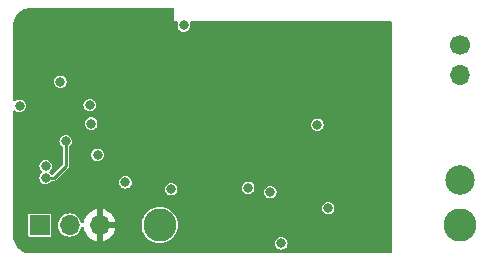
<source format=gbr>
%TF.GenerationSoftware,KiCad,Pcbnew,8.99.0-unknown-2123e2ca9c~177~ubuntu22.04.1*%
%TF.CreationDate,2024-04-04T17:44:23+09:00*%
%TF.ProjectId,SafePulse,53616665-5075-46c7-9365-2e6b69636164,V1.2.4*%
%TF.SameCoordinates,PX78d49e0PY49c7f08*%
%TF.FileFunction,Copper,L2,Inr*%
%TF.FilePolarity,Positive*%
%FSLAX46Y46*%
G04 Gerber Fmt 4.6, Leading zero omitted, Abs format (unit mm)*
G04 Created by KiCad (PCBNEW 8.99.0-unknown-2123e2ca9c~177~ubuntu22.04.1) date 2024-04-04 17:44:23*
%MOMM*%
%LPD*%
G01*
G04 APERTURE LIST*
%TA.AperFunction,ComponentPad*%
%ADD10C,1.700000*%
%TD*%
%TA.AperFunction,ComponentPad*%
%ADD11O,1.700000X1.700000*%
%TD*%
%TA.AperFunction,ComponentPad*%
%ADD12C,2.500000*%
%TD*%
%TA.AperFunction,ComponentPad*%
%ADD13C,2.800000*%
%TD*%
%TA.AperFunction,ComponentPad*%
%ADD14R,1.700000X1.700000*%
%TD*%
%TA.AperFunction,ViaPad*%
%ADD15C,0.800000*%
%TD*%
%TA.AperFunction,Conductor*%
%ADD16C,0.250000*%
%TD*%
G04 APERTURE END LIST*
D10*
%TO.N,unconnected-(two_pinheader1-Pad1)*%
%TO.C,two_pinheader1*%
X37360000Y17040000D03*
D11*
%TO.N,unconnected-(two_pinheader1-Pad2)*%
X37360000Y14500000D03*
%TD*%
D12*
%TO.N,Net-(H2-Pad1)*%
%TO.C,H2*%
X37360000Y5610000D03*
%TD*%
D13*
%TO.N,Net-(H2-Pad1)*%
%TO.C,H4*%
X37360000Y1800000D03*
%TD*%
%TO.N,Net-(H1-Pad1)*%
%TO.C,H1*%
X11960000Y1800000D03*
%TD*%
D14*
%TO.N,Net-(F1-Pad1)*%
%TO.C,J1*%
X1800000Y1800000D03*
D11*
%TO.N,Net-(D2-Pad2)*%
X4340000Y1800000D03*
%TO.N,GND*%
X6880000Y1800000D03*
%TD*%
D15*
%TO.N,GND*%
X19446747Y1733798D03*
X18500000Y16251183D03*
X27800000Y9365000D03*
X23550000Y7463500D03*
X2250000Y7800000D03*
X15000000Y16300000D03*
X22161441Y16315130D03*
X11301303Y14625832D03*
X29750000Y1850000D03*
X7950000Y7450000D03*
X23900000Y4900000D03*
X5300000Y5000000D03*
X9400000Y6800000D03*
X4450000Y16200000D03*
%TO.N,Net-(C7-Pad1)*%
X6150000Y10400000D03*
%TO.N,+3V3*%
X100000Y11900000D03*
X12934500Y4848000D03*
X9064700Y5423900D03*
X6700000Y7750000D03*
%TO.N,Net-(Q2-Pad3)*%
X21320000Y4595000D03*
%TO.N,Net-(Q1-Pad1)*%
X6030000Y11970000D03*
X3550000Y13950000D03*
%TO.N,Net-(Q3-Pad2)*%
X26219800Y3233400D03*
%TO.N,Net-(C6-Pad2)*%
X14000000Y18700000D03*
%TO.N,Net-(R23-Pad1)*%
X25300000Y10300000D03*
%TO.N,Net-(IC1-Pad6)*%
X2300000Y6800000D03*
%TO.N,Net-(IC1-Pad7)*%
X4000000Y8900000D03*
X2300000Y5800000D03*
%TO.N,Net-(R6-Pad1)*%
X19450000Y4950000D03*
X22250000Y251500D03*
%TD*%
D16*
%TO.N,Net-(IC1-Pad7)*%
X2300000Y5800000D02*
X3000000Y5800000D01*
X4000000Y6800000D02*
X4000000Y8900000D01*
X3000000Y5800000D02*
X4000000Y6800000D01*
%TD*%
%TA.AperFunction,Conductor*%
%TO.N,GND*%
G36*
X13142121Y20169498D02*
G01*
X13188614Y20115842D01*
X13200000Y20063500D01*
X13200000Y19050000D01*
X13385440Y19050000D01*
X13453561Y19029998D01*
X13500054Y18976342D01*
X13510158Y18906068D01*
X13501849Y18875783D01*
X13486077Y18837706D01*
X13467948Y18700001D01*
X13467948Y18700000D01*
X13486077Y18562295D01*
X13539226Y18433978D01*
X13539228Y18433975D01*
X13539229Y18433974D01*
X13623782Y18323782D01*
X13733974Y18239229D01*
X13733977Y18239227D01*
X13806331Y18209258D01*
X13862295Y18186077D01*
X14000000Y18167948D01*
X14137705Y18186077D01*
X14233239Y18225649D01*
X14266022Y18239227D01*
X14266022Y18239228D01*
X14266026Y18239229D01*
X14376218Y18323782D01*
X14460771Y18433974D01*
X14513923Y18562295D01*
X14532052Y18700000D01*
X14531479Y18704349D01*
X14517829Y18808033D01*
X14513923Y18837705D01*
X14498151Y18875783D01*
X14490562Y18946373D01*
X14522342Y19009859D01*
X14583400Y19046086D01*
X14614560Y19050000D01*
X31514000Y19050000D01*
X31582121Y19029998D01*
X31628614Y18976342D01*
X31640000Y18924000D01*
X31640000Y-463500D01*
X31619998Y-531621D01*
X31566342Y-578114D01*
X31514000Y-589500D01*
X1042501Y-589500D01*
X1033512Y-589179D01*
X835013Y-574982D01*
X817219Y-572423D01*
X627165Y-531079D01*
X609916Y-526015D01*
X427678Y-458044D01*
X411324Y-450575D01*
X240624Y-357365D01*
X225501Y-347646D01*
X69796Y-231087D01*
X56210Y-219314D01*
X-81315Y-81789D01*
X-93088Y-68203D01*
X-209647Y87502D01*
X-219366Y102625D01*
X-225465Y113795D01*
X-300659Y251501D01*
X21717948Y251501D01*
X21717948Y251500D01*
X21736077Y113795D01*
X21789226Y-14522D01*
X21789228Y-14525D01*
X21789229Y-14526D01*
X21873782Y-124718D01*
X21983974Y-209271D01*
X21983977Y-209273D01*
X22056331Y-239242D01*
X22112295Y-262423D01*
X22250000Y-280552D01*
X22387705Y-262423D01*
X22491780Y-219314D01*
X22516022Y-209273D01*
X22516022Y-209272D01*
X22516026Y-209271D01*
X22626218Y-124718D01*
X22710771Y-14526D01*
X22763923Y113795D01*
X22782052Y251500D01*
X22763923Y389205D01*
X22726711Y479043D01*
X22710773Y517523D01*
X22684228Y552117D01*
X22626218Y627718D01*
X22516026Y712271D01*
X22516025Y712272D01*
X22516022Y712274D01*
X22387705Y765423D01*
X22250000Y783552D01*
X22112294Y765423D01*
X21983977Y712274D01*
X21873782Y627718D01*
X21789226Y517523D01*
X21736077Y389206D01*
X21717948Y251501D01*
X-300659Y251501D01*
X-312579Y273330D01*
X-320045Y289679D01*
X-388016Y471917D01*
X-393080Y489166D01*
X-434424Y679220D01*
X-436982Y697004D01*
X-451179Y895513D01*
X-451500Y904501D01*
X-451500Y2662559D01*
X822500Y2662559D01*
X822500Y937442D01*
X829052Y904501D01*
X829898Y900252D01*
X858078Y858078D01*
X900252Y829898D01*
X937442Y822500D01*
X937447Y822500D01*
X2662553Y822500D01*
X2662558Y822500D01*
X2699748Y829898D01*
X2741922Y858078D01*
X2770102Y900252D01*
X2777500Y937442D01*
X2777500Y1800004D01*
X3357770Y1800004D01*
X3357770Y1799997D01*
X3376641Y1608384D01*
X3376641Y1608382D01*
X3432537Y1424120D01*
X3432539Y1424114D01*
X3468118Y1357551D01*
X3523306Y1254302D01*
X3645459Y1105459D01*
X3794302Y983306D01*
X3880098Y937447D01*
X3950156Y900000D01*
X3964117Y892538D01*
X4148376Y836643D01*
X4148380Y836643D01*
X4148382Y836642D01*
X4339997Y817770D01*
X4340000Y817770D01*
X4340003Y817770D01*
X4531616Y836642D01*
X4531618Y836642D01*
X4531619Y836643D01*
X4531624Y836643D01*
X4715883Y892538D01*
X4885698Y983306D01*
X5034541Y1105459D01*
X5156694Y1254302D01*
X5247462Y1424117D01*
X5294099Y1577859D01*
X5333013Y1637238D01*
X5397855Y1666154D01*
X5468036Y1655423D01*
X5521274Y1608453D01*
X5536817Y1572212D01*
X5591176Y1357551D01*
X5591179Y1357544D01*
X5681580Y1151452D01*
X5804674Y963042D01*
X5957097Y797466D01*
X6134698Y659233D01*
X6134699Y659232D01*
X6332628Y552118D01*
X6332630Y552117D01*
X6545483Y479045D01*
X6545492Y479043D01*
X6626000Y465609D01*
X6626000Y1369298D01*
X6687007Y1334075D01*
X6814174Y1300000D01*
X6945826Y1300000D01*
X7072993Y1334075D01*
X7134000Y1369298D01*
X7134000Y465610D01*
X7214507Y479043D01*
X7214516Y479045D01*
X7427369Y552117D01*
X7427371Y552118D01*
X7625300Y659232D01*
X7625301Y659233D01*
X7802902Y797466D01*
X7955325Y963042D01*
X8078419Y1151452D01*
X8168820Y1357544D01*
X8168823Y1357551D01*
X8216544Y1546000D01*
X7310703Y1546000D01*
X7345925Y1607007D01*
X7380000Y1734174D01*
X7380000Y1800000D01*
X10427777Y1800000D01*
X10446641Y1560309D01*
X10502768Y1326519D01*
X10594780Y1104382D01*
X10720400Y899390D01*
X10720408Y899379D01*
X10876554Y716555D01*
X11059378Y560409D01*
X11059389Y560401D01*
X11264381Y434781D01*
X11264383Y434781D01*
X11264385Y434779D01*
X11486517Y342769D01*
X11720308Y286641D01*
X11960000Y267777D01*
X12199692Y286641D01*
X12433483Y342769D01*
X12655615Y434779D01*
X12860618Y560406D01*
X13043445Y716555D01*
X13199594Y899382D01*
X13325221Y1104385D01*
X13417231Y1326517D01*
X13473359Y1560308D01*
X13492223Y1800000D01*
X13473359Y2039692D01*
X13417231Y2273483D01*
X13325221Y2495615D01*
X13325219Y2495619D01*
X13199599Y2700611D01*
X13199591Y2700622D01*
X13043445Y2883446D01*
X12860621Y3039592D01*
X12860610Y3039600D01*
X12655618Y3165220D01*
X12491014Y3233401D01*
X25687748Y3233401D01*
X25687748Y3233400D01*
X25705877Y3095695D01*
X25759026Y2967378D01*
X25759028Y2967375D01*
X25759029Y2967374D01*
X25843582Y2857182D01*
X25914800Y2802535D01*
X25953777Y2772627D01*
X26026131Y2742658D01*
X26082095Y2719477D01*
X26219800Y2701348D01*
X26357505Y2719477D01*
X26453039Y2759049D01*
X26485822Y2772627D01*
X26485822Y2772628D01*
X26485826Y2772629D01*
X26596018Y2857182D01*
X26680571Y2967374D01*
X26733723Y3095695D01*
X26751852Y3233400D01*
X26733723Y3371105D01*
X26710542Y3427069D01*
X26680573Y3499423D01*
X26680571Y3499426D01*
X26596018Y3609618D01*
X26485826Y3694171D01*
X26485825Y3694172D01*
X26485822Y3694174D01*
X26357505Y3747323D01*
X26219800Y3765452D01*
X26082094Y3747323D01*
X25953777Y3694174D01*
X25843582Y3609618D01*
X25759026Y3499423D01*
X25705877Y3371106D01*
X25687748Y3233401D01*
X12491014Y3233401D01*
X12433481Y3257232D01*
X12273550Y3295628D01*
X12199692Y3313359D01*
X11960000Y3332223D01*
X11720308Y3313359D01*
X11486518Y3257232D01*
X11264381Y3165220D01*
X11059389Y3039600D01*
X11059378Y3039592D01*
X10876554Y2883446D01*
X10720408Y2700622D01*
X10720400Y2700611D01*
X10594780Y2495619D01*
X10502768Y2273482D01*
X10446641Y2039692D01*
X10427777Y1800000D01*
X7380000Y1800000D01*
X7380000Y1865826D01*
X7345925Y1992993D01*
X7310703Y2054000D01*
X8216544Y2054000D01*
X8216544Y2054001D01*
X8168823Y2242450D01*
X8168820Y2242457D01*
X8078419Y2448549D01*
X7955325Y2636959D01*
X7802902Y2802535D01*
X7625301Y2940768D01*
X7625300Y2940769D01*
X7427371Y3047883D01*
X7427369Y3047884D01*
X7214512Y3120957D01*
X7214501Y3120960D01*
X7134000Y3134394D01*
X7134000Y2230703D01*
X7072993Y2265925D01*
X6945826Y2300000D01*
X6814174Y2300000D01*
X6687007Y2265925D01*
X6626000Y2230703D01*
X6626000Y3134393D01*
X6625999Y3134394D01*
X6545498Y3120960D01*
X6545487Y3120957D01*
X6332630Y3047884D01*
X6332628Y3047883D01*
X6134699Y2940769D01*
X6134698Y2940768D01*
X5957097Y2802535D01*
X5804674Y2636959D01*
X5681580Y2448549D01*
X5591179Y2242457D01*
X5591176Y2242450D01*
X5536817Y2027789D01*
X5500705Y1966663D01*
X5437277Y1934764D01*
X5366674Y1942221D01*
X5311309Y1986665D01*
X5294100Y2022140D01*
X5247462Y2175883D01*
X5156694Y2345698D01*
X5034541Y2494541D01*
X4885698Y2616694D01*
X4847785Y2636959D01*
X4715886Y2707461D01*
X4715880Y2707463D01*
X4531617Y2763359D01*
X4340003Y2782230D01*
X4339997Y2782230D01*
X4148383Y2763359D01*
X4148381Y2763359D01*
X3964119Y2707463D01*
X3964113Y2707461D01*
X3794301Y2616694D01*
X3645459Y2494541D01*
X3523306Y2345699D01*
X3432539Y2175887D01*
X3432537Y2175881D01*
X3376641Y1991619D01*
X3376641Y1991617D01*
X3357770Y1800004D01*
X2777500Y1800004D01*
X2777500Y2662558D01*
X2770102Y2699748D01*
X2741922Y2741922D01*
X2699748Y2770102D01*
X2699745Y2770103D01*
X2662558Y2777500D01*
X937442Y2777500D01*
X937441Y2777500D01*
X900254Y2770103D01*
X900252Y2770103D01*
X900252Y2770102D01*
X858078Y2741922D01*
X830480Y2700618D01*
X829897Y2699746D01*
X822500Y2662559D01*
X-451500Y2662559D01*
X-451500Y4848001D01*
X12402448Y4848001D01*
X12402448Y4848000D01*
X12420577Y4710295D01*
X12473726Y4581978D01*
X12473728Y4581975D01*
X12473729Y4581974D01*
X12558282Y4471782D01*
X12668474Y4387229D01*
X12668477Y4387227D01*
X12740831Y4357258D01*
X12796795Y4334077D01*
X12934500Y4315948D01*
X13072205Y4334077D01*
X13167739Y4373649D01*
X13200522Y4387227D01*
X13200522Y4387228D01*
X13200526Y4387229D01*
X13310718Y4471782D01*
X13395271Y4581974D01*
X13448423Y4710295D01*
X13466552Y4848000D01*
X13453123Y4950001D01*
X18917948Y4950001D01*
X18917948Y4950000D01*
X18936077Y4812295D01*
X18989226Y4683978D01*
X18989228Y4683975D01*
X18989229Y4683974D01*
X19073782Y4573782D01*
X19183974Y4489229D01*
X19183977Y4489227D01*
X19256331Y4459258D01*
X19312295Y4436077D01*
X19450000Y4417948D01*
X19587705Y4436077D01*
X19683239Y4475649D01*
X19716022Y4489227D01*
X19716022Y4489228D01*
X19716026Y4489229D01*
X19826218Y4573782D01*
X19842500Y4595001D01*
X20787948Y4595001D01*
X20787948Y4595000D01*
X20806077Y4457295D01*
X20859226Y4328978D01*
X20859228Y4328975D01*
X20859229Y4328974D01*
X20943782Y4218782D01*
X21053974Y4134229D01*
X21053977Y4134227D01*
X21126331Y4104258D01*
X21182295Y4081077D01*
X21320000Y4062948D01*
X21457705Y4081077D01*
X21553239Y4120649D01*
X21586022Y4134227D01*
X21586022Y4134228D01*
X21586026Y4134229D01*
X21696218Y4218782D01*
X21780771Y4328974D01*
X21833923Y4457295D01*
X21852052Y4595000D01*
X21833923Y4732705D01*
X21786167Y4848000D01*
X21780773Y4861023D01*
X21780771Y4861026D01*
X21696218Y4971218D01*
X21586026Y5055771D01*
X21586025Y5055772D01*
X21586022Y5055774D01*
X21457705Y5108923D01*
X21320000Y5127052D01*
X21182294Y5108923D01*
X21053977Y5055774D01*
X20943782Y4971218D01*
X20859226Y4861023D01*
X20806077Y4732706D01*
X20787948Y4595001D01*
X19842500Y4595001D01*
X19910771Y4683974D01*
X19921674Y4710295D01*
X19930956Y4732706D01*
X19963923Y4812295D01*
X19982052Y4950000D01*
X19963923Y5087705D01*
X19934857Y5157878D01*
X19910773Y5216023D01*
X19904485Y5224218D01*
X19826218Y5326218D01*
X19716026Y5410771D01*
X19716025Y5410772D01*
X19716022Y5410774D01*
X19587705Y5463923D01*
X19450000Y5482052D01*
X19312294Y5463923D01*
X19183977Y5410774D01*
X19073782Y5326218D01*
X18989226Y5216023D01*
X18936077Y5087706D01*
X18917948Y4950001D01*
X13453123Y4950001D01*
X13448423Y4985705D01*
X13419400Y5055774D01*
X13395273Y5114023D01*
X13395271Y5114026D01*
X13310718Y5224218D01*
X13200526Y5308771D01*
X13200525Y5308772D01*
X13200522Y5308774D01*
X13072205Y5361923D01*
X12934500Y5380052D01*
X12796794Y5361923D01*
X12668477Y5308774D01*
X12558282Y5224218D01*
X12473726Y5114023D01*
X12420577Y4985706D01*
X12402448Y4848001D01*
X-451500Y4848001D01*
X-451500Y6800001D01*
X1767948Y6800001D01*
X1767948Y6800000D01*
X1786077Y6662295D01*
X1839226Y6533978D01*
X1923784Y6423780D01*
X1954824Y6399962D01*
X1996691Y6342624D01*
X2000913Y6271753D01*
X1966149Y6209850D01*
X1954824Y6200038D01*
X1923784Y6176221D01*
X1839226Y6066023D01*
X1786077Y5937706D01*
X1767948Y5800001D01*
X1767948Y5800000D01*
X1786077Y5662295D01*
X1839226Y5533978D01*
X1839228Y5533975D01*
X1839229Y5533974D01*
X1923782Y5423782D01*
X2004399Y5361923D01*
X2033977Y5339227D01*
X2106331Y5309258D01*
X2162295Y5286077D01*
X2300000Y5267948D01*
X2437705Y5286077D01*
X2533239Y5325649D01*
X2566022Y5339227D01*
X2566022Y5339228D01*
X2566026Y5339229D01*
X2676218Y5423782D01*
X2676309Y5423901D01*
X8532648Y5423901D01*
X8532648Y5423900D01*
X8550777Y5286195D01*
X8603926Y5157878D01*
X8603928Y5157875D01*
X8603929Y5157874D01*
X8688482Y5047682D01*
X8798674Y4963129D01*
X8798677Y4963127D01*
X8871031Y4933158D01*
X8926995Y4909977D01*
X9064700Y4891848D01*
X9202405Y4909977D01*
X9299032Y4950001D01*
X9330722Y4963127D01*
X9330722Y4963128D01*
X9330726Y4963129D01*
X9440918Y5047682D01*
X9525471Y5157874D01*
X9578623Y5286195D01*
X9596752Y5423900D01*
X9578623Y5561605D01*
X9555442Y5617569D01*
X9525473Y5689923D01*
X9525471Y5689926D01*
X9440918Y5800118D01*
X9330726Y5884671D01*
X9330725Y5884672D01*
X9330722Y5884674D01*
X9202405Y5937823D01*
X9064700Y5955952D01*
X8926994Y5937823D01*
X8798677Y5884674D01*
X8688482Y5800118D01*
X8603926Y5689923D01*
X8550777Y5561606D01*
X8532648Y5423901D01*
X2676309Y5423901D01*
X2733324Y5498206D01*
X2790661Y5540071D01*
X2833286Y5547500D01*
X3050225Y5547500D01*
X3143030Y5585941D01*
X4214059Y6656970D01*
X4252500Y6749775D01*
X4252500Y6850225D01*
X4252500Y7750001D01*
X6167948Y7750001D01*
X6167948Y7750000D01*
X6186077Y7612295D01*
X6239226Y7483978D01*
X6239228Y7483975D01*
X6239229Y7483974D01*
X6323782Y7373782D01*
X6433974Y7289229D01*
X6433977Y7289227D01*
X6502671Y7260774D01*
X6562295Y7236077D01*
X6700000Y7217948D01*
X6837705Y7236077D01*
X6933239Y7275649D01*
X6966022Y7289227D01*
X6966022Y7289228D01*
X6966026Y7289229D01*
X7076218Y7373782D01*
X7160771Y7483974D01*
X7213923Y7612295D01*
X7232052Y7750000D01*
X7213923Y7887705D01*
X7190742Y7943669D01*
X7160773Y8016023D01*
X7160771Y8016026D01*
X7076218Y8126218D01*
X6966026Y8210771D01*
X6966025Y8210772D01*
X6966022Y8210774D01*
X6837705Y8263923D01*
X6700000Y8282052D01*
X6562294Y8263923D01*
X6433977Y8210774D01*
X6323782Y8126218D01*
X6239226Y8016023D01*
X6186077Y7887706D01*
X6167948Y7750001D01*
X4252500Y7750001D01*
X4252500Y8366714D01*
X4272502Y8434835D01*
X4301793Y8466675D01*
X4376218Y8523782D01*
X4460771Y8633974D01*
X4513923Y8762295D01*
X4532052Y8900000D01*
X4513923Y9037705D01*
X4490742Y9093669D01*
X4460773Y9166023D01*
X4460771Y9166026D01*
X4376218Y9276218D01*
X4266026Y9360771D01*
X4266025Y9360772D01*
X4266022Y9360774D01*
X4137705Y9413923D01*
X4000000Y9432052D01*
X3862294Y9413923D01*
X3733977Y9360774D01*
X3623782Y9276218D01*
X3539226Y9166023D01*
X3486077Y9037706D01*
X3467948Y8900001D01*
X3467948Y8900000D01*
X3486077Y8762295D01*
X3539226Y8633978D01*
X3539228Y8633975D01*
X3539229Y8633974D01*
X3623782Y8523782D01*
X3698205Y8466676D01*
X3740071Y8409339D01*
X3747500Y8366714D01*
X3747500Y6956779D01*
X3727498Y6888658D01*
X3710595Y6867684D01*
X2932316Y6089405D01*
X2870004Y6055379D01*
X2843221Y6052500D01*
X2833286Y6052500D01*
X2765165Y6072502D01*
X2733325Y6101794D01*
X2676218Y6176218D01*
X2676216Y6176219D01*
X2676216Y6176220D01*
X2645176Y6200037D01*
X2603308Y6257374D01*
X2599086Y6328245D01*
X2633849Y6390148D01*
X2645176Y6399963D01*
X2676215Y6423780D01*
X2676218Y6423782D01*
X2760771Y6533974D01*
X2813923Y6662295D01*
X2832052Y6800000D01*
X2813923Y6937705D01*
X2790742Y6993669D01*
X2760773Y7066023D01*
X2760771Y7066026D01*
X2676218Y7176218D01*
X2566026Y7260771D01*
X2566025Y7260772D01*
X2566022Y7260774D01*
X2437705Y7313923D01*
X2300000Y7332052D01*
X2162294Y7313923D01*
X2033977Y7260774D01*
X1923782Y7176218D01*
X1839226Y7066023D01*
X1786077Y6937706D01*
X1767948Y6800001D01*
X-451500Y6800001D01*
X-451500Y10400001D01*
X5617948Y10400001D01*
X5617948Y10400000D01*
X5636077Y10262295D01*
X5689226Y10133978D01*
X5689228Y10133975D01*
X5689229Y10133974D01*
X5773782Y10023782D01*
X5883974Y9939229D01*
X5883977Y9939227D01*
X5956331Y9909258D01*
X6012295Y9886077D01*
X6150000Y9867948D01*
X6287705Y9886077D01*
X6383239Y9925649D01*
X6416022Y9939227D01*
X6416022Y9939228D01*
X6416026Y9939229D01*
X6526218Y10023782D01*
X6610771Y10133974D01*
X6663923Y10262295D01*
X6668887Y10300001D01*
X24767948Y10300001D01*
X24767948Y10300000D01*
X24786077Y10162295D01*
X24839226Y10033978D01*
X24839228Y10033975D01*
X24839229Y10033974D01*
X24923782Y9923782D01*
X24996547Y9867948D01*
X25033977Y9839227D01*
X25106331Y9809258D01*
X25162295Y9786077D01*
X25300000Y9767948D01*
X25437705Y9786077D01*
X25533239Y9825649D01*
X25566022Y9839227D01*
X25566022Y9839228D01*
X25566026Y9839229D01*
X25676218Y9923782D01*
X25760771Y10033974D01*
X25813923Y10162295D01*
X25832052Y10300000D01*
X25813923Y10437705D01*
X25772502Y10537705D01*
X25760773Y10566023D01*
X25760771Y10566026D01*
X25676218Y10676218D01*
X25566026Y10760771D01*
X25566025Y10760772D01*
X25566022Y10760774D01*
X25437705Y10813923D01*
X25300000Y10832052D01*
X25162294Y10813923D01*
X25033977Y10760774D01*
X24923782Y10676218D01*
X24839226Y10566023D01*
X24786077Y10437706D01*
X24767948Y10300001D01*
X6668887Y10300001D01*
X6682052Y10400000D01*
X6663923Y10537705D01*
X6640742Y10593669D01*
X6610773Y10666023D01*
X6602950Y10676218D01*
X6526218Y10776218D01*
X6416026Y10860771D01*
X6416025Y10860772D01*
X6416022Y10860774D01*
X6287705Y10913923D01*
X6150000Y10932052D01*
X6012294Y10913923D01*
X5883977Y10860774D01*
X5773782Y10776218D01*
X5689226Y10666023D01*
X5636077Y10537706D01*
X5617948Y10400001D01*
X-451500Y10400001D01*
X-451500Y11402778D01*
X-431498Y11470899D01*
X-377842Y11517392D01*
X-307568Y11527496D01*
X-248798Y11502742D01*
X-166026Y11439229D01*
X-166023Y11439227D01*
X-93669Y11409258D01*
X-37705Y11386077D01*
X100000Y11367948D01*
X237705Y11386077D01*
X333239Y11425649D01*
X366022Y11439227D01*
X366022Y11439228D01*
X366026Y11439229D01*
X476218Y11523782D01*
X560771Y11633974D01*
X613923Y11762295D01*
X632052Y11900000D01*
X622836Y11970001D01*
X5497948Y11970001D01*
X5497948Y11970000D01*
X5516077Y11832295D01*
X5569226Y11703978D01*
X5569228Y11703975D01*
X5569229Y11703974D01*
X5653782Y11593782D01*
X5753336Y11517392D01*
X5763977Y11509227D01*
X5836331Y11479258D01*
X5892295Y11456077D01*
X6030000Y11437948D01*
X6167705Y11456077D01*
X6263239Y11495649D01*
X6296022Y11509227D01*
X6296022Y11509228D01*
X6296026Y11509229D01*
X6406218Y11593782D01*
X6490771Y11703974D01*
X6543923Y11832295D01*
X6562052Y11970000D01*
X6543923Y12107705D01*
X6519766Y12166026D01*
X6490773Y12236023D01*
X6463428Y12271660D01*
X6406218Y12346218D01*
X6296026Y12430771D01*
X6296025Y12430772D01*
X6296022Y12430774D01*
X6167705Y12483923D01*
X6030000Y12502052D01*
X5892294Y12483923D01*
X5763977Y12430774D01*
X5653782Y12346218D01*
X5569226Y12236023D01*
X5516077Y12107706D01*
X5497948Y11970001D01*
X622836Y11970001D01*
X613923Y12037705D01*
X584928Y12107706D01*
X560773Y12166023D01*
X560771Y12166026D01*
X476218Y12276218D01*
X366026Y12360771D01*
X366025Y12360772D01*
X366022Y12360774D01*
X237705Y12413923D01*
X100000Y12432052D01*
X-37706Y12413923D01*
X-166025Y12360773D01*
X-248797Y12297260D01*
X-315017Y12271660D01*
X-384566Y12285925D01*
X-435362Y12335527D01*
X-451500Y12397223D01*
X-451500Y13950001D01*
X3017948Y13950001D01*
X3017948Y13950000D01*
X3036077Y13812295D01*
X3089226Y13683978D01*
X3089228Y13683975D01*
X3089229Y13683974D01*
X3173782Y13573782D01*
X3283974Y13489229D01*
X3283977Y13489227D01*
X3356331Y13459258D01*
X3412295Y13436077D01*
X3550000Y13417948D01*
X3687705Y13436077D01*
X3783239Y13475649D01*
X3816022Y13489227D01*
X3816022Y13489228D01*
X3816026Y13489229D01*
X3926218Y13573782D01*
X4010771Y13683974D01*
X4063923Y13812295D01*
X4082052Y13950000D01*
X4063923Y14087705D01*
X4040742Y14143669D01*
X4010773Y14216023D01*
X4010771Y14216026D01*
X3926218Y14326218D01*
X3816026Y14410771D01*
X3816025Y14410772D01*
X3816022Y14410774D01*
X3687705Y14463923D01*
X3550000Y14482052D01*
X3412294Y14463923D01*
X3283977Y14410774D01*
X3173782Y14326218D01*
X3089226Y14216023D01*
X3036077Y14087706D01*
X3017948Y13950001D01*
X-451500Y13950001D01*
X-451500Y18695500D01*
X-451179Y18704488D01*
X-451001Y18706984D01*
X-436982Y18902999D01*
X-434424Y18920781D01*
X-393080Y19110835D01*
X-388016Y19128084D01*
X-356000Y19213923D01*
X-320043Y19310327D01*
X-312581Y19326666D01*
X-219361Y19497386D01*
X-209654Y19512489D01*
X-93082Y19668212D01*
X-81322Y19681783D01*
X56217Y19819322D01*
X69788Y19831082D01*
X225511Y19947654D01*
X240614Y19957361D01*
X411334Y20050581D01*
X427673Y20058043D01*
X609917Y20126017D01*
X627165Y20131080D01*
X817219Y20172424D01*
X835001Y20174982D01*
X1016425Y20187957D01*
X1033513Y20189179D01*
X1042501Y20189500D01*
X13074000Y20189500D01*
X13142121Y20169498D01*
G37*
%TD.AperFunction*%
%TD*%
M02*

</source>
